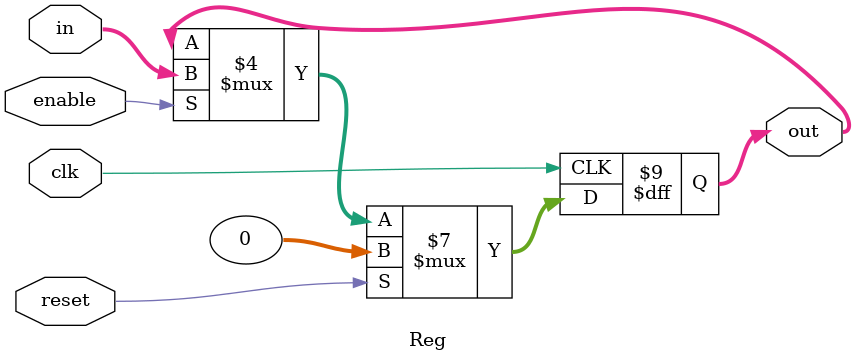
<source format=v>
`timescale 1ns / 1ps
module Reg
#(parameter width=32)
(	input clk,
	input reset,
	input enable,
	input [width-1:0]in,
	output reg[width-1:0]out
    );
	always@(posedge clk)
	if(reset)
		out<={width{1'b0}};
	else if(enable)
		out<=in;
	else
		out<=out;
	initial
		out=0;

endmodule
</source>
